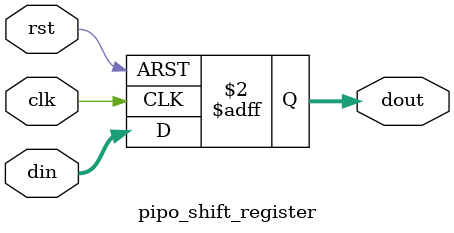
<source format=v>
`timescale 1ns / 1ps


module pipo_shift_register (
    input clk,
    input rst,
    input [3:0] din,
    output reg [3:0] dout
);
    always @(posedge clk or posedge rst) begin
        if (rst)
            dout <= 4'b0000;
        else
            dout <= din;
    end
endmodule

</source>
